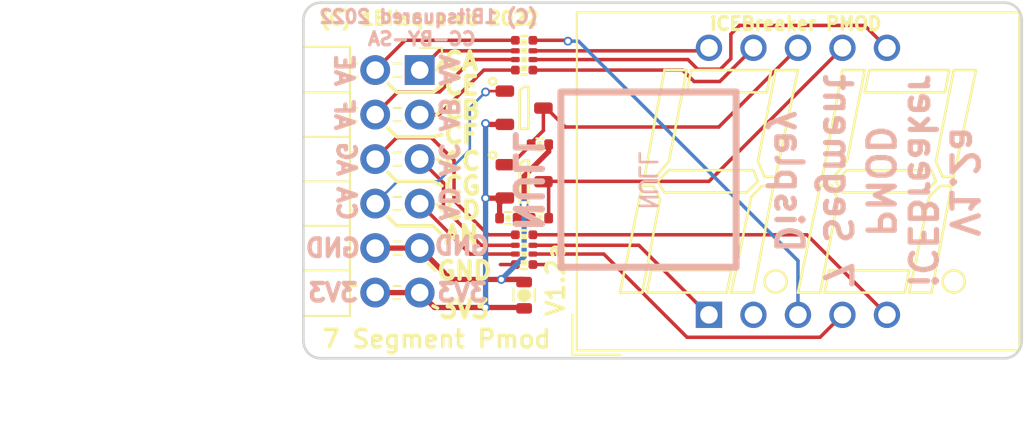
<source format=kicad_pcb>
(kicad_pcb (version 20211014) (generator pcbnew)
  (title_block (title "iCEBreaker PMOD - 7 segment display") (rev "V1.2a") (company "1BitSquared") (comment 1 "(C) 2019-2022 Piotr Esden-Tempski <piotr@esden.net>") (comment 2 "(C) 2019-2022 1BitSquared <info@1bitsquared.com>") (comment 3 "License: CC-BY-SA V4.0"))
  (layers (0 "F.Cu" signal) (31 "B.Cu" signal) (34 "B.Paste" user) (35 "F.Paste" user) (36 "B.SilkS" user "B.Silkscreen") (37 "F.SilkS" user "F.Silkscreen") (38 "B.Mask" user) (39 "F.Mask" user) (44 "Edge.Cuts" user))
  (net 0 "")
  (net 1 "GND")
  (net 2 "+3V3")
  (net 4 "/CA")
  (net 5 "/CB")
  (net 6 "/CC")
  (net 7 "/CD")
  (net 8 "/CE")
  (net 9 "/CF")
  (net 10 "/CG")
  (net 11 "/AN")
  (net 12 "/AN1")
  (net 13 "/AN2")
  (net 14 "/CDx")
  (net 15 "/CCx")
  (net 16 "/CGx")
  (net 17 "/CBx")
  (net 18 "/CFx")
  (net 19 "/CAx")
  (net 20 "/CEx")
  (net 21 "unconnected-(R1-Pad1)")
  (net 22 "unconnected-(R1-Pad2)")
  (footprint "pkl_connectors:PMODHeader_2x06_P2.54mm_Horizontal" (layer "F.Cu") (at 36.64 46.55 180)
    (fp_text reference "J1")
    (fp_text value "PMOD")
    (fp_line (start 3.582929 -0.38) (end 3.98 -0.38) (layer "F.SilkS") (width 0.12))
    (fp_line (start 3.98 -1.33) (end 3.98 14.03) (layer "F.SilkS") (width 0.12))
    (fp_line (start 3.98 8.89) (end 6.64 8.89) (layer "F.SilkS") (width 0.12))
    (fp_line (start 1.11 -0.38) (end 1.497071 -0.38) (layer "F.SilkS") (width 0.12))
    (fp_line (start 3.98 11.43) (end 6.64 11.43) (layer "F.SilkS") (width 0.12))
    (fp_line (start 3.582929 0.38) (end 3.98 0.38) (layer "F.SilkS") (width 0.12))
    (fp_line (start 3.582929 13.08) (end 3.98 13.08) (layer "F.SilkS") (width 0.12))
    (fp_line (start 1.11 0.38) (end 1.497071 0.38) (layer "F.SilkS") (width 0.12))
    (fp_line (start 1.042929 7.24) (end 1.497071 7.24) (layer "F.SilkS") (width 0.12))
    (fp_line (start 1.042929 9.78) (end 1.497071 9.78) (layer "F.SilkS") (width 0.12))
    (fp_line (start 3.582929 7.24) (end 3.98 7.24) (layer "F.SilkS") (width 0.12))
    (fp_line (start 3.98 6.35) (end 6.64 6.35) (layer "F.SilkS") (width 0.12))
    (fp_line (start 3.582929 10.54) (end 3.98 10.54) (layer "F.SilkS") (width 0.12))
    (fp_line (start 1.042929 5.46) (end 1.497071 5.46) (layer "F.SilkS") (width 0.12))
    (fp_line (start 3.98 3.81) (end 6.64 3.81) (layer "F.SilkS") (width 0.12))
    (fp_line (start 3.582929 2.16) (end 3.98 2.16) (layer "F.SilkS") (width 0.12))
    (fp_line (start 1.042929 10.54) (end 1.497071 10.54) (layer "F.SilkS") (width 0.12))
    (fp_line (start 3.582929 4.7) (end 3.98 4.7) (layer "F.SilkS") (width 0.12))
    (fp_line (start 3.98 14.03) (end 6.64 14.03) (layer "F.SilkS") (width 0.12))
    (fp_line (start -1.27 13.97) (end -1.27 12.7) (layer "F.SilkS") (width 0.12))
    (fp_line (start 1.042929 13.08) (end 1.497071 13.08) (layer "F.SilkS") (width 0.12))
    (fp_line (start 3.98 1.27) (end 6.64 1.27) (layer "F.SilkS") (width 0.12))
    (fp_line (start 3.582929 5.46) (end 3.98 5.46) (layer "F.SilkS") (width 0.12))
    (fp_line (start 3.582929 2.92) (end 3.98 2.92) (layer "F.SilkS") (width 0.12))
    (fp_line (start 1.042929 12.32) (end 1.497071 12.32) (layer "F.SilkS") (width 0.12))
    (fp_line (start 1.042929 4.7) (end 1.497071 4.7) (layer "F.SilkS") (width 0.12))
    (fp_line (start 3.582929 9.78) (end 3.98 9.78) (layer "F.SilkS") (width 0.12))
    (fp_line (start 3.582929 8) (end 3.98 8) (layer "F.SilkS") (width 0.12))
    (fp_line (start 3.582929 12.32) (end 3.98 12.32) (layer "F.SilkS") (width 0.12))
    (fp_line (start 0 13.97) (end -1.27 13.97) (layer "F.SilkS") (width 0.12))
    (fp_line (start 1.042929 2.92) (end 1.497071 2.92) (layer "F.SilkS") (width 0.12))
    (fp_line (start 1.042929 2.16) (end 1.497071 2.16) (layer "F.SilkS") (width 0.12))
    (fp_line (start 6.64 14.03) (end 6.64 -1.33) (layer "F.SilkS") (width 0.12))
    (fp_line (start 1.042929 8) (end 1.497071 8) (layer "F.SilkS") (width 0.12))
    (fp_line (start 6.64 -1.33) (end 3.98 -1.33) (layer "F.SilkS") (width 0.12))
    (pad "1" thru_hole rect (at 0 12.7 180) (size 1.7 1.7) (drill 1) (layers *.Cu *.Mask) (net 4 "/CA"))
    (pad "2" thru_hole oval (at 0 10.16 180) (size 1.7 1.7) (drill 1) (layers *.Cu *.Mask) (net 5 "/CB"))
    (pad "3" thru_hole oval (at 0 7.62 180) (size 1.7 1.7) (drill 1) (layers *.Cu *.Mask) (net 6 "/CC"))
    (pad "4" thru_hole oval (at 0 5.08 180) (size 1.7 1.7) (drill 1) (layers *.Cu *.Mask) (net 7 "/CD"))
    (pad "5" thru_hole oval (at 0 2.54 180) (size 1.7 1.7) (drill 1) (layers *.Cu *.Mask) (net 1 "GND"))
    (pad "6" thru_hole circle (at 0 0 180) (size 1.7 1.7) (drill 1) (layers *.Cu *.Mask) (net 2 "+3V3"))
    (pad "7" thru_hole circle (at 2.54 12.7 180) (size 1.7 1.7) (drill 1) (layers *.Cu *.Mask) (net 8 "/CE"))
    (pad "8" thru_hole oval (at 2.54 10.16 180) (size 1.7 1.7) (drill 1) (layers *.Cu *.Mask) (net 9 "/CF"))
    (pad "9" thru_hole oval (at 2.54 7.62 180) (size 1.7 1.7) (drill 1) (layers *.Cu *.Mask) (net 10 "/CG"))
    (pad "10" thru_hole oval (at 2.54 5.08 180) (size 1.7 1.7) (drill 1) (layers *.Cu *.Mask) (net 11 "/AN"))
    (pad "11" thru_hole oval (at 2.54 2.54 180) (size 1.7 1.7) (drill 1) (layers *.Cu *.Mask) (net 1 "GND"))
    (pad "12" thru_hole oval (at 2.54 0 180) (size 1.7 1.7) (drill 1) (layers *.Cu *.Mask) (net 2 "+3V3"))
  )
  (footprint "pkl_dipol:C_0603" (layer "F.Cu") (at 42.6 46.7 90)
    (fp_text reference "C1")
    (fp_text value "10u")
    (fp_line (start -0.35 -0.61) (end 0.35 -0.61) (layer "F.SilkS") (width 0.13))
    (fp_line (start 0.35 0.61) (end -0.35 0.61) (layer "F.SilkS") (width 0.13))
    (fp_circle (center 0 0) (end 0.2 0) (layer "F.SilkS") (width 0.4) (fill none))
    (pad "1" smd roundrect locked (at -0.75 0 90) (size 0.6 0.9) (layers "F.Cu" "F.Paste" "F.Mask") (net 2 "+3V3"))
    (pad "2" smd roundrect locked (at 0.75 0 90) (size 0.6 0.9) (layers "F.Cu" "F.Paste" "F.Mask") (net 1 "GND"))
  )
  (footprint "pkl_dipol:C_0402" (layer "F.Cu") (at 41.7 42.3)
    (fp_text reference "C2")
    (fp_text value "100n")
    (fp_line (start 0.2 0.35) (end -0.2 0.35) (layer "F.SilkS") (width 0.12))
    (fp_line (start -0.2 -0.35) (end 0.2 -0.35) (layer "F.SilkS") (width 0.12))
    (fp_circle (center 0 0) (end 0.15 0) (layer "F.SilkS") (width 0.1) (fill solid))
    (pad "1" smd roundrect (at -0.5 0) (size 0.5 0.6) (layers "F.Cu" "F.Paste" "F.Mask") (net 2 "+3V3"))
    (pad "2" smd roundrect (at 0.5 0) (size 0.5 0.6) (layers "F.Cu" "F.Paste" "F.Mask") (net 1 "GND"))
  )
  (footprint "pkl_dipol:R_Array_Convex_4x0402" (layer "F.Cu") (at 42.6 44.1 180)
    (fp_text reference "R1")
    (fp_text value "330E")
    (fp_line (start 0.15 1.1) (end -0.15 1.1) (layer "F.SilkS") (width 0.15))
    (fp_line (start 0.15 -1.1) (end -0.15 -1.1) (layer "F.SilkS") (width 0.15))
    (fp_poly (pts (xy -0.175 0.125) (xy 0.175 0.125) (xy 0.175 0.375) (xy -0.175 0.375)) (layer "F.SilkS") (width 0.05) (fill solid))
    (fp_poly (pts (xy -0.175 0.625) (xy 0.175 0.625) (xy 0.175 0.875) (xy -0.175 0.875)) (layer "F.SilkS") (width 0.05) (fill solid))
    (fp_poly (pts (xy -0.175 -0.875) (xy 0.175 -0.875) (xy 0.175 -0.625) (xy -0.175 -0.625)) (layer "F.SilkS") (width 0.05) (fill solid))
    (fp_poly (pts (xy -0.175 -0.375) (xy 0.175 -0.375) (xy 0.175 -0.125) (xy -0.175 -0.125)) (layer "F.SilkS") (width 0.05) (fill solid))
    (pad "1" smd roundrect locked (at -0.5 -0.85 180) (size 0.5 0.5) (layers "F.Cu" "F.Paste" "F.Mask") (net 21 "unconnected-(R1-Pad1)"))
    (pad "2" smd roundrect locked (at 0.5 -0.85 180) (size 0.5 0.5) (layers "F.Cu" "F.Paste" "F.Mask") (net 22 "unconnected-(R1-Pad2)"))
    (pad "3" smd roundrect locked (at -0.5 -0.25 180) (size 0.5 0.3) (layers "F.Cu" "F.Paste" "F.Mask") (net 14 "/CDx"))
    (pad "4" smd roundrect locked (at 0.5 -0.25 180) (size 0.5 0.3) (layers "F.Cu" "F.Paste" "F.Mask") (net 7 "/CD"))
    (pad "5" smd roundrect locked (at -0.5 0.25 180) (size 0.5 0.3) (layers "F.Cu" "F.Paste" "F.Mask") (net 15 "/CCx"))
    (pad "6" smd roundrect locked (at 0.5 0.25 180) (size 0.5 0.3) (layers "F.Cu" "F.Paste" "F.Mask") (net 6 "/CC"))
    (pad "7" smd roundrect locked (at -0.5 0.85 180) (size 0.5 0.5) (layers "F.Cu" "F.Paste" "F.Mask") (net 16 "/CGx"))
    (pad "8" smd roundrect locked (at 0.5 0.85 180) (size 0.5 0.5) (layers "F.Cu" "F.Paste" "F.Mask") (net 10 "/CG"))
  )
  (footprint "pkl_led:SN450561N" (layer "F.Cu") (at 53.15 47.82 90)
    (fp_text reference "U1")
    (fp_text value "SN450561N")
    (fp_line (start 17.265 -7.54) (end 17.265 17.71) (layer "F.SilkS") (width 0.12))
    (fp_line (start 8.255 -2.286) (end 8.255 2.54) (layer "F.SilkS") (width 0.15))
    (fp_line (start 7.62 12.954) (end 8.255 12.7) (layer "F.SilkS") (width 0.15))
    (fp_line (start 7.366 6.985) (end 6.604 7.366) (layer "F.SilkS") (width 0.15))
    (fp_line (start 8.763 12.954) (end 13.97 13.97) (layer "F.SilkS") (width 0.15))
    (fp_line (start 13.97 -1.016) (end 13.97 3.556) (layer "F.SilkS") (width 0.15))
    (fp_line (start 13.97 -2.54) (end 13.97 -1.27) (layer "F.SilkS") (width 0.15))
    (fp_line (start 7.874 13.97) (end 7.874 13.335) (layer "F.SilkS") (width 0.15))
    (fp_line (start 7.366 13.843) (end 7.366 13.208) (layer "F.SilkS") (width 0.15))
    (fp_line (start 8.763 2.794) (end 13.97 3.81) (layer "F.SilkS") (width 0.15))
    (fp_line (start 12.7 8.89) (end 13.97 9.144) (layer "F.SilkS") (width 0.15))
    (fp_line (start 7.62 7.239) (end 8.255 7.874) (layer "F.SilkS") (width 0.15))
    (fp_line (start 1.27 5.08) (end 7.366 6.35) (layer "F.SilkS") (width 0.15))
    (fp_line (start -2.28 -7.8) (end 0 -7.8) (layer "F.SilkS") (width 0.12))
    (fp_line (start -2.28 -7.79) (end -2.28 -5.08) (layer "F.SilkS") (width 0.12))
    (fp_line (start 1.27 1.016) (end 1.27 -3.556) (layer "F.SilkS") (width 0.15))
    (fp_line (start 7.366 3.048) (end 6.731 2.413) (layer "F.SilkS") (width 0.15))
    (fp_line (start 12.7 13.462) (end 12.7 8.89) (layer "F.SilkS") (width 0.15))
    (fp_line (start 2.54 11.43) (end 1.27 11.176) (layer "F.SilkS") (width 0.15))
    (fp_line (start 1.27 12.7) (end 1.27 11.43) (layer "F.SilkS") (width 0.15))
    (fp_line (start 7.366 13.208) (end 6.731 12.573) (layer "F.SilkS") (width 0.15))
    (fp_line (start 7.874 -3.683) (end 7.874 -3.048) (layer "F.SilkS") (width 0.15))
    (fp_line (start 13.97 13.716) (end 12.7 13.462) (layer "F.SilkS") (width 0.15))
    (fp_line (start 13.97 9.144) (end 13.97 13.716) (layer "F.SilkS") (width 0.15))
    (fp_line (start 7.874 13.335) (end 8.763 12.954) (layer "F.SilkS") (width 0.15))
    (fp_line (start 7.874 7.112) (end 8.763 7.874) (layer "F.SilkS") (width 0.15))
    (fp_line (start 1.27 11.43) (end 6.731 12.573) (layer "F.SilkS") (width 0.15))
    (fp_line (start 7.62 2.794) (end 8.255 2.54) (layer "F.SilkS") (width 0.15))
    (fp_line (start 7.366 3.683) (end 1.27 2.54) (layer "F.SilkS") (width 0.15))
    (fp_line (start 6.985 7.62) (end 7.62 7.239) (layer "F.SilkS") (width 0.15))
    (fp_line (start 1.27 1.27) (end 6.731 2.413) (layer "F.SilkS") (width 0.15))
    (fp_line (start 7.874 3.81) (end 7.874 3.175) (layer "F.SilkS") (width 0.15))
    (fp_line (start 7.874 3.175) (end 8.763 2.794) (layer "F.SilkS") (width 0.15))
    (fp_line (start 13.97 13.97) (end 13.97 15.24) (layer "F.SilkS") (width 0.15))
    (fp_line (start 7.874 -3.048) (end 8.763 -2.286) (layer "F.SilkS") (width 0.15))
    (fp_line (start 1.27 2.54) (end 1.27 1.27) (layer "F.SilkS") (width 0.15))
    (fp_line (start 7.874 6.477) (end 7.874 7.112) (layer "F.SilkS") (width 0.15))
    (fp_line (start 13.97 3.556) (end 12.7 3.302) (layer "F.SilkS") (width 0.15))
    (fp_line (start 8.255 7.874) (end 8.255 12.7) (layer "F.SilkS") (width 0.15))
    (fp_line (start 7.874 6.477) (end 13.97 7.62) (layer "F.SilkS") (width 0.15))
    (fp_line (start 13.97 3.81) (end 13.97 5.08) (layer "F.SilkS") (width 0.15))
    (fp_line (start 13.97 8.89) (end 8.763 7.874) (layer "F.SilkS") (width 0.15))
    (fp_line (start 7.366 -3.81) (end 7.366 -3.175) (layer "F.SilkS") (width 0.15))
    (fp_line (start -2.025 -7.54) (end 17.265 -7.54) (layer "F.SilkS") (width 0.12))
    (fp_line (start 7.366 13.843) (end 1.27 12.7) (layer "F.SilkS") (width 0.15))
    (fp_line (start 6.604 7.366) (end 1.27 6.35) (layer "F.SilkS") (width 0.15))
    (fp_line (start 2.54 -3.302) (end 2.54 1.27) (layer "F.SilkS") (width 0.15))
    (fp_line (start 1.27 -5.08) (end 7.366 -3.81) (layer "F.SilkS") (width 0.15))
    (fp_line (start 6.985 -2.54) (end 7.62 -2.921) (layer "F.SilkS") (width 0.15))
    (fp_line (start 7.62 12.954) (end 6.985 12.319) (layer "F.SilkS") (width 0.15))
    (fp_line (start 1.27 -3.556) (end 2.54 -3.302) (layer "F.SilkS") (width 0.15))
    (fp_line (start 13.97 -1.27) (end 8.763 -2.286) (layer "F.SilkS") (width 0.15))
    (fp_line (start 6.604 -2.794) (end 1.27 -3.81) (layer "F.SilkS") (width 0.15))
    (fp_line (start 12.7 3.302) (end 12.7 -1.27) (layer "F.SilkS") (width 0.15))
    (fp_line (start 2.54 1.27) (end 1.27 1.016) (layer "F.SilkS") (width 0.15))
    (fp_line (start 12.7 -1.27) (end 13.97 -1.016) (layer "F.SilkS") (width 0.15))
    (fp_line (start 7.366 3.683) (end 7.366 3.048) (layer "F.SilkS") (width 0.15))
    (fp_line (start 1.27 6.35) (end 1.27 5.08) (layer "F.SilkS") (width 0.15))
    (fp_line (start 1.27 -3.81) (end 1.27 -5.08) (layer "F.SilkS") (width 0.15))
    (fp_line (start 13.97 15.24) (end 7.874 13.97) (layer "F.SilkS") (width 0.15))
    (fp_line (start 1.27 11.176) (end 1.27 6.604) (layer "F.SilkS") (width 0.15))
    (fp_line (start 13.97 7.62) (end 13.97 8.89) (layer "F.SilkS") (width 0.15))
    (fp_line (start 2.54 6.858) (end 2.54 11.43) (layer "F.SilkS") (width 0.15))
    (fp_line (start 6.985 12.319) (end 6.985 7.62) (layer "F.SilkS") (width 0.15))
    (fp_line (start 7.366 6.35) (end 7.366 6.985) (layer "F.SilkS") (width 0.15))
    (fp_line (start -2.025 17.71) (end -2.025 -7.54) (layer "F.SilkS") (width 0.12))
    (fp_line (start 7.62 2.794) (end 6.985 2.159) (layer "F.SilkS") (width 0.15))
    (fp_line (start 7.62 -2.921) (end 8.255 -2.286) (layer "F.SilkS") (width 0.15))
    (fp_line (start 1.27 6.604) (end 2.54 6.858) (layer "F.SilkS") (width 0.15))
    (fp_line (start 7.366 -3.175) (end 6.604 -2.794) (layer "F.SilkS") (width 0.15))
    (fp_line (start 17.265 17.71) (end -2.025 17.71) (layer "F.SilkS") (width 0.12))
    (fp_line (start 13.97 5.08) (end 7.874 3.81) (layer "F.SilkS") (width 0.15))
    (fp_line (start 6.985 2.159) (end 6.985 -2.54) (layer "F.SilkS") (width 0.15))
    (fp_line (start 7.874 -3.683) (end 13.97 -2.54) (layer "F.SilkS") (width 0.15))
    (fp_circle (center 1.905 3.81) (end 2.54 3.81) (layer "F.SilkS") (width 0.15) (fill none))
    (fp_circle (center 1.905 13.97) (end 2.54 13.97) (layer "F.SilkS") (width 0.15) (fill none))
    (pad "1" thru_hole rect locked (at 0 0 90) (size 1.5 1.5) (drill 1) (layers *.Cu *.Mask) (net 15 "/CCx"))
    (pad "2" thru_hole circle locked (at 0 2.54 90) (size 1.5 1.5) (drill 1) (layers *.Cu *.Mask))
    (pad "3" thru_hole circle locked (at 0 5.08 90) (size 1.5 1.5) (drill 1) (layers *.Cu *.Mask) (net 20 "/CEx"))
    (pad "4" thru_hole circle locked (at 0 7.62 90) (size 1.5 1.5) (drill 1) (layers *.Cu *.Mask) (net 14 "/CDx"))
    (pad "5" thru_hole circle locked (at 0 10.16 90) (size 1.5 1.5) (drill 1) (layers *.Cu *.Mask) (net 16 "/CGx"))
    (pad "6" thru_hole circle locked (at 15.24 10.16 90) (size 1.5 1.5) (drill 1) (layers *.Cu *.Mask) (net 18 "/CFx"))
    (pad "7" thru_hole circle locked (at 15.24 7.62 90) (size 1.5 1.5) (drill 1) (layers *.Cu *.Mask) (net 13 "/AN2"))
    (pad "8" thru_hole circle locked (at 15.24 5.08 90) (size 1.5 1.5) (drill 1) (layers *.Cu *.Mask) (net 12 "/AN1"))
    (pad "9" thru_hole circle locked (at 15.24 2.54 90) (size 1.5 1.5) (drill 1) (layers *.Cu *.Mask) (net 17 "/CBx"))
    (pad "10" thru_hole circle locked (at 15.24 0 90) (size 1.5 1.5) (drill 1) (layers *.Cu *.Mask) (net 19 "/CAx"))
  )
  (footprint "pkl_dipol:R_Array_Convex_4x0402" (layer "F.Cu") (at 42.6 33 180)
    (fp_text reference "R2")
    (fp_text value "330E")
    (fp_line (start 0.15 1.1) (end -0.15 1.1) (layer "F.SilkS") (width 0.15))
    (fp_line (start 0.15 -1.1) (end -0.15 -1.1) (layer "F.SilkS") (width 0.15))
    (fp_poly (pts (xy -0.175 0.125) (xy 0.175 0.125) (xy 0.175 0.375) (xy -0.175 0.375)) (layer "F.SilkS") (width 0.05) (fill solid))
    (fp_poly (pts (xy -0.175 -0.875) (xy 0.175 -0.875) (xy 0.175 -0.625) (xy -0.175 -0.625)) (layer "F.SilkS") (width 0.05) (fill solid))
    (fp_poly (pts (xy -0.175 -0.375) (xy 0.175 -0.375) (xy 0.175 -0.125) (xy -0.175 -0.125)) (layer "F.SilkS") (width 0.05) (fill solid))
    (fp_poly (pts (xy -0.175 0.625) (xy 0.175 0.625) (xy 0.175 0.875) (xy -0.175 0.875)) (layer "F.SilkS") (width 0.05) (fill solid))
    (pad "1" smd roundrect locked (at -0.5 -0.85 180) (size 0.5 0.5) (layers "F.Cu" "F.Paste" "F.Mask") (net 17 "/CBx"))
    (pad "2" smd roundrect locked (at 0.5 -0.85 180) (size 0.5 0.5) (layers "F.Cu" "F.Paste" "F.Mask") (net 5 "/CB"))
    (pad "3" smd roundrect locked (at -0.5 -0.25 180) (size 0.5 0.3) (layers "F.Cu" "F.Paste" "F.Mask") (net 18 "/CFx"))
    (pad "4" smd roundrect locked (at 0.5 -0.25 180) (size 0.5 0.3) (layers "F.Cu" "F.Paste" "F.Mask") (net 9 "/CF"))
    (pad "5" smd roundrect locked (at -0.5 0.25 180) (size 0.5 0.3) (layers "F.Cu" "F.Paste" "F.Mask") (net 19 "/CAx"))
    (pad "6" smd roundrect locked (at 0.5 0.25 180) (size 0.5 0.3) (layers "F.Cu" "F.Paste" "F.Mask") (net 4 "/CA"))
    (pad "7" smd roundrect locked (at -0.5 0.85 180) (size 0.5 0.5) (layers "F.Cu" "F.Paste" "F.Mask") (net 20 "/CEx"))
    (pad "8" smd roundrect locked (at 0.5 0.85 180) (size 0.5 0.5) (layers "F.Cu" "F.Paste" "F.Mask") (net 8 "/CE"))
  )
  (footprint "pkl_dipol:R_0402" (layer "F.Cu") (at 43.5 42.3 180)
    (fp_text reference "R4")
    (fp_text value "1k")
    (fp_line (start -0.2 -0.35) (end 0.2 -0.35) (layer "F.SilkS") (width 0.12))
    (fp_line (start 0.2 0.35) (end -0.2 0.35) (layer "F.SilkS") (width 0.12))
    (fp_rect (start -0.125 -0.175) (end 0.125 0.175) (layer "F.SilkS") (width 0.05) (fill solid))
    (pad "1" smd roundrect (at -0.5 0 180) (size 0.5 0.6) (layers "F.Cu" "F.Paste" "F.Mask") (net 13 "/AN2"))
    (pad "2" smd roundrect (at 0.5 0 180) (size 0.5 0.6) (layers "F.Cu" "F.Paste" "F.Mask") (net 1 "GND"))
  )
  (footprint "pkl_housings_sot:SOT-23" (layer "F.Cu") (at 42.6 40.2 180)
    (fp_text reference "Q2")
    (fp_text value "AP2301B")
    (fp_line (start -0.25 1.2) (end 0 1.2) (layer "F.SilkS") (width 0.15))
    (fp_line (start 0 1.2) (end 0.25 1) (layer "F.SilkS") (width 0.15))
    (fp_line (start 0.25 1) (end 0.25 -1.2) (layer "F.SilkS") (width 0.15))
    (fp_line (start 0.25 -1.2) (end -0.25 -1.2) (layer "F.SilkS") (width 0.15))
    (fp_line (start -0.25 -1.2) (end -0.25 1.2) (layer "F.SilkS") (width 0.15))
    (pad "1" smd roundrect locked (at 1.1 0.95) (size 1.06 0.65) (layers "F.Cu" "F.Paste" "F.Mask") (net 12 "/AN1"))
    (pad "2" smd roundrect locked (at 1.1 -0.95) (size 1.06 0.65) (layers "F.Cu" "F.Paste" "F.Mask") (net 2 "+3V3"))
    (pad "3" smd roundrect locked (at -1.1 -0.02) (size 1.06 0.65) (layers "F.Cu" "F.Paste" "F.Mask") (net 13 "/AN2"))
  )
  (footprint "pkl_housings_sot:SOT-23" (layer "F.Cu") (at 42.6 36 180)
    (fp_text reference "Q1")
    (fp_text value "AP2301B")
    (fp_line (start 0 1.2) (end 0.25 1) (layer "F.SilkS") (width 0.15))
    (fp_line (start -0.25 1.2) (end 0 1.2) (layer "F.SilkS") (width 0.15))
    (fp_line (start -0.25 -1.2) (end -0.25 1.2) (layer "F.SilkS") (width 0.15))
    (fp_line (start 0.25 1) (end 0.25 -1.2) (layer "F.SilkS") (width 0.15))
    (fp_line (start 0.25 -1.2) (end -0.25 -1.2) (layer "F.SilkS") (width 0.15))
    (pad "1" smd roundrect locked (at 1.1 0.95) (size 1.06 0.65) (layers "F.Cu" "F.Paste" "F.Mask") (net 11 "/AN"))
    (pad "2" smd roundrect locked (at 1.1 -0.95) (size 1.06 0.65) (layers "F.Cu" "F.Paste" "F.Mask") (net 2 "+3V3"))
    (pad "3" smd roundrect locked (at -1.1 -0.02) (size 1.06 0.65) (layers "F.Cu" "F.Paste" "F.Mask") (net 12 "/AN1"))
  )
  (footprint "pkl_dipol:R_0402" (layer "F.Cu") (at 43.5 38.1)
    (fp_text reference "R3")
    (fp_text value "1k")
    (fp_line (start 0.2 0.35) (end -0.2 0.35) (layer "F.SilkS") (width 0.12))
    (fp_line (start -0.2 -0.35) (end 0.2 -0.35) (layer "F.SilkS") (width 0.12))
    (fp_rect (start -0.125 -0.175) (end 0.125 0.175) (layer "F.SilkS") (width 0.05) (fill solid))
    (pad "1" smd roundrect (at -0.5 0) (size 0.5 0.6) (layers "F.Cu" "F.Paste" "F.Mask") (net 12 "/AN1"))
    (pad "2" smd roundrect (at 0.5 0) (size 0.5 0.6) (layers "F.Cu" "F.Paste" "F.Mask") (net 1 "GND"))
  )
  (footprint "pkl_logos:null_Logo_SilkS_10mm" (layer "B.Cu") (at 49.7 40.1 90)
    (fp_text reference "REF**" hide)
    (fp_text value "null_Logo_SilkS_10mm" hide)
    (fp_line (start -0.1 0.5) (end -0.1 -0.2) (layer "B.SilkS") (width 0.15))
    (fp_line (start -0.7 0.5) (end -0.7 -0.2) (layer "B.SilkS") (width 0.15))
    (fp_line (start -1.5 -0.5) (end -1.5 0.5) (layer "B.SilkS") (width 0.15))
    (fp_line (start 5 5) (end -5 5) (layer "B.SilkS") (width 0.4))
    (fp_line (start 0.2 0.5) (end 0.2 -0.5) (layer "B.SilkS") (width 0.15))
    (fp_line (start 1 -0.5) (end 1.5 -0.5) (layer "B.SilkS") (width 0.15))
    (fp_line (start -5 5) (end -5 -5) (layer "B.SilkS") (width 0.4))
    (fp_line (start 1 0.5) (end 1 -0.5) (layer "B.SilkS") (width 0.15))
    (fp_line (start -5 -5) (end 5 -5) (layer "B.SilkS") (width 0.4))
    (fp_line (start 0.2 -0.5) (end 0.7 -0.5) (layer "B.SilkS") (width 0.15))
    (fp_line (start -1 -0.5) (end -1 0.5) (layer "B.SilkS") (width 0.15))
    (fp_line (start -1.5 0.5) (end -1 -0.5) (layer "B.SilkS") (width 0.15))
    (fp_line (start 5 5) (end 5 -5) (layer "B.SilkS") (width 0.4))
    (fp_arc (start -0.7 -0.2) (mid -0.4 -0.5) (end -0.1 -0.2) (layer "B.SilkS") (width 0.15))
  )
  (gr_line (start 35.334 42.74) (end 37.402 42.74) (layer "F.SilkS") (width 0.2))
  (gr_line (start 34.826 42.232) (end 35.334 42.74) (layer "F.SilkS") (width 0.2))
  (gr_line (start 35.334 40.2) (end 37.402 40.2) (layer "F.SilkS") (width 0.2))
  (gr_line (start 37.402 35.12) (end 37.91 34.739) (layer "F.SilkS") (width 0.2))
  (gr_line (start 37.6 36.4) (end 37.91 36.136) (layer "F.SilkS") (width 0.2))
  (gr_line (start 35.334 37.66) (end 37.402 37.66) (layer "F.SilkS") (width 0.2))
  (gr_line (start 37.6 41.5) (end 37.91 41.851) (layer "F.SilkS") (width 0.2))
  (gr_line (start 37.6 33.85) (end 37.91 33.342) (layer "F.SilkS") (width 0.2))
  (gr_line (start 34.826 37.152) (end 35.334 37.66) (layer "F.SilkS") (width 0.2))
  (gr_line (start 35.334 35.12) (end 37.402 35.12) (layer "F.SilkS") (width 0.2))
  (gr_line (start 37.402 47.312) (end 37.656 47.439) (layer "F.SilkS") (width 0.2))
  (gr_circle (center 40.8 38.7) (end 41 38.7) (layer "F.SilkS") (width 0.15) (fill none))
  (gr_line (start 34.826 39.692) (end 35.334 40.2) (layer "F.SilkS") (width 0.2))
  (gr_circle (center 40.8 34.5) (end 41 34.5) (layer "F.SilkS") (width 0.15) (fill none))
  (gr_line (start 37.402 37.66) (end 37.91 37.533) (layer "F.SilkS") (width 0.2))
  (gr_line (start 37.402 42.74) (end 37.91 43.248) (layer "F.SilkS") (width 0.2))
  (gr_line (start 37.6 38.93) (end 37.91 39.057) (layer "F.SilkS") (width 0.2))
  (gr_line (start 37.148 44.899) (end 37.529 45.28) (layer "F.SilkS") (width 0.2))
  (gr_line (start 34.826 34.612) (end 35.334 35.12) (layer "F.SilkS") (width 0.2))
  (gr_line (start 37.402 40.2) (end 37.91 40.454) (layer "F.SilkS") (width 0.2))
  (gr_line (start 71 31) (end 71 49.3) (layer "Edge.Cuts") (width 0.15))
  (gr_arc (start 70 30) (mid 70.707107 30.292893) (end 71 31) (layer "Edge.Cuts") (width 0.15))
  (gr_arc (start 71 49.3) (mid 70.707107 50.007107) (end 70 50.3) (layer "Edge.Cuts") (width 0.15))
  (gr_line (start 70 50.3) (end 31 50.3) (layer "Edge.Cuts") (width 0.15))
  (gr_arc (start 30 31) (mid 30.292893 30.292893) (end 31 30) (layer "Edge.Cuts") (width 0.15))
  (gr_line (start 30 49.3) (end 30 31) (layer "Edge.Cuts") (width 0.15))
  (gr_line (start 31 30) (end 70 30) (layer "Edge.Cuts") (width 0.15))
  (gr_arc (start 31 50.3) (mid 30.292893 50.007107) (end 30 49.3) (layer "Edge.Cuts") (width 0.15))
  (gr_text "CA" (at 32.449 41.47 270) (layer "B.SilkS") (effects (font (size 1 1) (thickness 0.25)) (justify mirror)))
  (gr_text "GND" (at 39.053 43.883) (layer "B.SilkS") (effects (font (size 1 1) (thickness 0.25)) (justify mirror)))
  (gr_text "3V3" (at 39.053 46.55) (layer "B.SilkS") (effects (font (size 1 1) (thickness 0.25)) (justify mirror)))
  (gr_text "AD" (at 38.291 41.47 270) (layer "B.SilkS") (effects (font (size 1 1) (thickness 0.25)) (justify mirror)))
  (gr_text "AG" (at 32.449 38.93 270) (layer "B.SilkS") (effects (font (size 1 1) (thickness 0.25)) (justify mirror)))
  (gr_text "AC" (at 38.291 38.95 270) (layer "B.SilkS") (effects (font (size 1 1) (thickness 0.25)) (justify mirror)))
  (gr_text "AF" (at 32.322 36.39 270) (layer "B.SilkS") (effects (font (size 1 1) (thickness 0.25)) (justify mirror)))
  (gr_text "AB" (at 38.291 36.39 270) (layer "B.SilkS") (effects (font (size 1 1) (thickness 0.25)) (justify mirror)))
  (gr_text "AE" (at 32.322 33.85 270) (layer "B.SilkS") (effects (font (size 1 1) (thickness 0.25)) (justify mirror)))
  (gr_text "AA" (at 38.291 33.85 270) (layer "B.SilkS") (effects (font (size 1 1) (thickness 0.25)) (justify mirror)))
  (gr_text "(C) 1Bitsquared 2022" (at 37.148 30.802) (layer "B.SilkS") (effects (font (size 0.75 0.75) (thickness 0.1875)) (justify mirror)))
  (gr_text "CC-BY-SA" (at 36.767 32.072) (layer "B.SilkS") (effects (font (size 0.75 0.75) (thickness 0.1875)) (justify mirror)))
  (gr_text "NULL" (at 42.8 40.2 270) (layer "B.SilkS") (effects (font (size 1.5 1.5) (thickness 0.35)) (justify mirror)))
  (gr_text "Display" (at 57.7 40.2 270) (layer "B.SilkS") (effects (font (size 1.5 1.5) (thickness 0.3)) (justify mirror)))
  (gr_text "iCEBreaker\nPMOD\n7 Segment" (at 62.9 40.2 270) (layer "B.SilkS") (effects (font (size 1.5 1.5) (thickness 0.3)) (justify mirror)))
  (gr_text "V1.2a" (at 67.7 40.2 270) (layer "B.SilkS") (effects (font (size 1.5 1.5) (thickness 0.3)) (justify mirror)))
  (gr_text "3V3" (at 31.687 46.55) (layer "B.SilkS") (effects (font (size 1 1) (thickness 0.25)) (justify mirror)))
  (gr_text "GND" (at 31.687 44.01) (layer "B.SilkS") (effects (font (size 1 1) (thickness 0.25)) (justify mirror)))
  (gr_text "V1.2a" (at 44.4 45.8 90) (layer "F.SilkS") (effects (font (size 1 1) (thickness 0.2))))
  (gr_text "7 Segment Pmod" (at 37.6 49.2) (layer "F.SilkS") (effects (font (size 1 1) (thickness 0.2))))
  (gr_text "CA" (at 37.91 33.342) (layer "F.SilkS") (effects (font (size 1 1) (thickness 0.25)) (justify left)))
  (gr_text "CF" (at 37.91 37.533) (layer "F.SilkS") (effects (font (size 1 1) (thickness 0.25)) (justify left)))
  (gr_text "CB" (at 37.9 36.136) (layer "F.SilkS") (effects (font (size 1 1) (thickness 0.25)) (justify left)))
  (gr_text "CG" (at 37.91 40.454) (layer "F.SilkS") (effects (font (size 1 1) (thickness 0.25)) (justify left)))
  (gr_text "AN" (at 37.91 43.248) (layer "F.SilkS") (effects (font (size 1 1) (thickness 0.25)) (justify left)))
  (gr_text "CC" (at 37.91 39.057) (layer "F.SilkS") (effects (font (size 1 1) (thickness 0.25)) (justify left)))
  (gr_text "CD" (at 37.91 41.851) (layer "F.SilkS") (effects (font (size 1 1) (thickness 0.25)) (justify left)))
  (gr_text "GND" (at 39.2 45.3) (layer "F.SilkS") (effects (font (size 1 1) (thickness 0.25))))
  (gr_text "3V3" (at 39.2 47.5) (layer "F.SilkS") (effects (font (size 1 1) (thickness 0.25))))
  (gr_text "(C) 1Bitsquared 2022" (at 37.2 30.9) (layer "F.SilkS") (effects (font (size 0.75 0.75) (thickness 0.1875))))
  (gr_text "iCEBreaker PMOD" (at 58.1 31.2) (layer "F.SilkS") (effects (font (size 0.75 0.75) (thickness 0.1875))))
  (gr_text "CE" (at 37.91 34.739) (layer "F.SilkS") (effects (font (size 1 1) (thickness 0.25)) (justify left)))
  (segment (start 44 38.5) (end 44 38.1) (width 0.3) (layer "F.Cu") (net 1))
  (segment (start 42.45 45.8) (end 38.43 45.8) (width 0.3) (layer "F.Cu") (net 1))
  (segment (start 42.6 41.9) (end 42.2 42.3) (width 0.3) (layer "F.Cu") (net 1))
  (segment (start 42.6 39.9) (end 44 38.5) (width 0.3) (layer "F.Cu") (net 1))
  (segment (start 38.43 45.8) (end 36.64 44.01) (width 0.3) (layer "F.Cu") (net 1))
  (segment (start 42.6 41.5) (end 42.6 41.9) (width 0.3) (layer "F.Cu") (net 1))
  (segment (start 42.6 45.85) (end 42.55 45.8) (width 0.3) (layer "F.Cu") (net 1))
  (segment (start 42.6 41.9) (end 43 42.3) (width 0.3) (layer "F.Cu") (net 1))
  (segment (start 42.6 41.5) (end 42.6 39.9) (width 0.3) (layer "F.Cu") (net 1))
  (segment (start 34.1 44.01) (end 36.64 44.01) (width 0.3) (layer "F.Cu") (net 1))
  (segment (start 42.2 42.3) (end 43 42.3) (width 0.3) (layer "F.Cu") (net 1))
  (segment (start 42.6 45.95) (end 42.45 45.8) (width 0.3) (layer "F.Cu") (net 1))
  (segment (start 42.6 45.95) (end 42.6 45.85) (width 0.3) (layer "F.Cu") (net 1))
  (segment (start 41.3 45.8) (end 42.55 45.8) (width 0.3) (layer "F.Cu") (net 1))
  (via (at 42.6 41.5) (size 0.5) (drill 0.3) (layers "F.Cu" "B.Cu") (net 1))
  (via (at 41.3 45.8) (size 0.5) (drill 0.3) (layers "F.Cu" "B.Cu") (net 1))
  (segment (start 41.3 45.8) (end 42.6 44.5) (width 0.3) (layer "B.Cu") (net 1))
  (segment (start 42.6 44.5) (end 42.6 41.5) (width 0.3) (layer "B.Cu") (net 1))
  (segment (start 41.486974 41.163026) (end 41.5 41.15) (width 0.3) (layer "F.Cu") (net 2))
  (segment (start 34.1 46.55) (end 36.64 46.55) (width 0.3) (layer "F.Cu") (net 2))
  (segment (start 40.4 47.4) (end 37.49 47.4) (width 0.3) (layer "F.Cu") (net 2))
  (segment (start 40.45 36.95) (end 41.5 36.95) (width 0.3) (layer "F.Cu") (net 2))
  (segment (start 40.4 41.163026) (end 41.486974 41.163026) (width 0.3) (layer "F.Cu") (net 2))
  (segment (start 41.2 41.45) (end 41.5 41.15) (width 0.3) (layer "F.Cu") (net 2))
  (segment (start 42.55 47.4) (end 42.6 47.45) (width 0.3) (layer "F.Cu") (net 2))
  (segment (start 37.49 47.4) (end 36.64 46.55) (width 0.3) (layer "F.Cu") (net 2))
  (segment (start 40.4 36.9) (end 40.45 36.95) (width 0.3) (layer "F.Cu") (net 2))
  (segment (start 40.4 47.4) (end 42.55 47.4) (width 0.3) (layer "F.Cu") (net 2))
  (segment (start 41.2 42.3) (end 41.2 41.45) (width 0.3) (layer "F.Cu") (net 2))
  (via (at 40.4 36.9) (size 0.5) (drill 0.3) (layers "F.Cu" "B.Cu") (net 2))
  (via (at 40.4 41.163026) (size 0.5) (drill 0.3) (layers "F.Cu" "B.Cu") (net 2))
  (via (at 40.4 47.4) (size 0.5) (drill 0.3) (layers "F.Cu" "B.Cu") (net 2))
  (segment (start 40.4 36.9) (end 40.4 41.163026) (width 0.3) (layer "B.Cu") (net 2))
  (segment (start 40.4 47.4) (end 40.4 41.163026) (width 0.3) (layer "B.Cu") (net 2))
  (segment (start 36.64 33.85) (end 36.65 33.85) (width 0.2) (layer "F.Cu") (net 4))
  (segment (start 36.65 33.85) (end 37.75 32.75) (width 0.2) (layer "F.Cu") (net 4))
  (segment (start 37.75 32.75) (end 42.1 32.75) (width 0.2) (layer "F.Cu") (net 4))
  (segment (start 36.64 36.39) (end 37.76 36.39) (width 0.2) (layer "F.Cu") (net 5))
  (segment (start 37.76 36.39) (end 40.3 33.85) (width 0.2) (layer "F.Cu") (net 5))
  (segment (start 40.3 33.85) (end 42.1 33.85) (width 0.2) (layer "F.Cu") (net 5))
  (segment (start 40.15 43.85) (end 42.1 43.85) (width 0.2) (layer "F.Cu") (net 6))
  (segment (start 38 40.29) (end 38 41.7) (width 0.2) (layer "F.Cu") (net 6))
  (segment (start 36.64 38.93) (end 38 40.29) (width 0.2) (layer "F.Cu") (net 6))
  (segment (start 38 41.7) (end 40.15 43.85) (width 0.2) (layer "F.Cu") (net 6))
  (segment (start 36.64 41.47) (end 39.52 44.35) (width 0.2) (layer "F.Cu") (net 7))
  (segment (start 39.52 44.35) (end 42.1 44.35) (width 0.2) (layer "F.Cu") (net 7))
  (segment (start 34.1 33.85) (end 35.8 32.15) (width 0.2) (layer "F.Cu") (net 8))
  (segment (start 35.8 32.15) (end 42.1 32.15) (width 0.2) (layer "F.Cu") (net 8))
  (segment (start 34.1 36.39) (end 35.39 35.1) (width 0.2) (layer "F.Cu") (net 9))
  (segment (start 39.627852 33.25) (end 42.1 33.25) (width 0.2) (layer "F.Cu") (net 9))
  (segment (start 35.39 35.1) (end 37.777852 35.1) (width 0.2) (layer "F.Cu") (net 9))
  (segment (start 37.777852 35.1) (end 39.627852 33.25) (width 0.2) (layer "F.Cu") (net 9))
  (segment (start 40.55 43.25) (end 42.1 43.25) (width 0.2) (layer "F.Cu") (net 10))
  (segment (start 34.1 38.93) (end 35.33 37.7) (width 0.2) (layer "F.Cu") (net 10))
  (segment (start 37.3 37.7) (end 38.6 39) (width 0.2) (layer "F.Cu") (net 10))
  (segment (start 38.6 41.3) (end 40.55 43.25) (width 0.2) (layer "F.Cu") (net 10))
  (segment (start 35.33 37.7) (end 37.3 37.7) (width 0.2) (layer "F.Cu") (net 10))
  (segment (start 38.6 39) (end 38.6 41.3) (width 0.2) (layer "F.Cu") (net 10))
  (segment (start 40.4 35.1) (end 40.45 35.05) (width 0.15) (layer "F.Cu") (net 11))
  (segment (start 40.45 35.05) (end 41.5 35.05) (width 0.15) (layer "F.Cu") (net 11))
  (via (at 40.4 35.1) (size 0.5) (drill 0.3) (layers "F.Cu" "B.Cu") (net 11))
  (segment (start 39.5 36) (end 39.5 38.4) (width 0.15) (layer "B.Cu") (net 11))
  (segment (start 40.4 35.1) (end 39.5 36) (width 0.15) (layer "B.Cu") (net 11))
  (segment (start 37.7 40.2) (end 35.37 40.2) (width 0.15) (layer "B.Cu") (net 11))
  (segment (start 39.5 38.4) (end 37.7 40.2) (width 0.15) (layer "B.Cu") (net 11))
  (segment (start 35.37 40.2) (end 34.1 41.47) (width 0.15) (layer "B.Cu") (net 11))
  (segment (start 41.5 39.25) (end 41.85 39.25) (width 0.2) (layer "F.Cu") (net 12))
  (segment (start 43.87 36.02) (end 44.95 37.1) (width 0.2) (layer "F.Cu") (net 12))
  (segment (start 41.85 39.25) (end 43 38.1) (width 0.2) (layer "F.Cu") (net 12))
  (segment (start 53.71 37.1) (end 58.23 32.58) (width 0.2) (layer "F.Cu") (net 12))
  (segment (start 44.95 37.1) (end 53.71 37.1) (width 0.2) (layer "F.Cu") (net 12))
  (segment (start 43 38) (end 43.7 37.3) (width 0.2) (layer "F.Cu") (net 12))
  (segment (start 43.7 37.3) (end 43.7 36.02) (width 0.2) (layer "F.Cu") (net 12))
  (segment (start 43.7 36.02) (end 43.87 36.02) (width 0.2) (layer "F.Cu") (net 12))
  (segment (start 43 38.1) (end 43 38) (width 0.2) (layer "F.Cu") (net 12))
  (segment (start 53.15 40.2) (end 43.72 40.2) (width 0.2) (layer "F.Cu") (net 13))
  (segment (start 44 42.3) (end 44 40.52) (width 0.2) (layer "F.Cu") (net 13))
  (segment (start 60.77 32.58) (end 53.15 40.2) (width 0.2) (layer "F.Cu") (net 13))
  (segment (start 44 40.52) (end 43.7 40.22) (width 0.2) (layer "F.Cu") (net 13))
  (segment (start 43.72 40.2) (end 43.7 40.22) (width 0.2) (layer "F.Cu") (net 13))
  (segment (start 51.9 49.1) (end 59.49 49.1) (width 0.2) (layer "F.Cu") (net 14))
  (segment (start 59.49 49.1) (end 60.77 47.82) (width 0.2) (layer "F.Cu") (net 14))
  (segment (start 43.1 44.35) (end 47.15 44.35) (width 0.2) (layer "F.Cu") (net 14))
  (segment (start 47.15 44.35) (end 51.9 49.1) (width 0.2) (layer "F.Cu") (net 14))
  (segment (start 53.12 47.82) (end 53.15 47.82) (width 0.2) (layer "F.Cu") (net 15))
  (segment (start 43.1 43.85) (end 49.15 43.85) (width 0.2) (layer "F.Cu") (net 15))
  (segment (start 49.15 43.85) (end 53.12 47.82) (width 0.2) (layer "F.Cu") (net 15))
  (segment (start 58.74 43.25) (end 63.31 47.82) (width 0.2) (layer "F.Cu") (net 16))
  (segment (start 43.1 43.25) (end 58.74 43.25) (width 0.2) (layer "F.Cu") (net 16))
  (segment (start 52.3 34.5) (end 53.77 34.5) (width 0.2) (layer "F.Cu") (net 17))
  (segment (start 51.65 33.85) (end 52.3 34.5) (width 0.2) (layer "F.Cu") (net 17))
  (segment (start 43.1 33.85) (end 51.65 33.85) (width 0.2) (layer "F.Cu") (net 17))
  (segment (start 53.77 34.5) (end 55.69 32.58) (width 0.2) (layer "F.Cu") (net 17))
  (segment (start 51.95 33.25) (end 52.5 33.8) (width 0.2) (layer "F.Cu") (net 18))
  (segment (start 52.5 33.8) (end 53.8 33.8) (width 0.2) (layer "F.Cu") (net 18))
  (segment (start 54.9 31.3) (end 62.03 31.3) (width 0.2) (layer "F.Cu") (net 18))
  (segment (start 62.03 31.3) (end 63.31 32.58) (width 0.2) (layer "F.Cu") (net 18))
  (segment (start 53.8 33.8) (end 54.4 33.2) (width 0.2) (layer "F.Cu") (net 18))
  (segment (start 54.4 31.8) (end 54.9 31.3) (width 0.2) (layer "F.Cu") (net 18))
  (segment (start 43.1 33.25) (end 51.95 33.25) (width 0.2) (layer "F.Cu") (net 18))
  (segment (start 54.4 33.2) (end 54.4 31.8) (width 0.2) (layer "F.Cu") (net 18))
  (segment (start 52.98 32.75) (end 53.15 32.58) (width 0.2) (layer "F.Cu") (net 19))
  (segment (start 43.1 32.75) (end 52.98 32.75) (width 0.2) (layer "F.Cu") (net 19))
  (segment (start 45.05 32.15) (end 43.1 32.15) (width 0.2) (layer "F.Cu") (net 20))
  (segment (start 45.1 32.2) (end 45.05 32.15) (width 0.2) (layer "F.Cu") (net 20))
  (via (at 45.1 32.2) (size 0.5) (drill 0.3) (layers "F.Cu" "B.Cu") (net 20))
  (segment (start 45.1 32.2) (end 45.7 32.2) (width 0.2) (layer "B.Cu") (net 20))
  (segment (start 45.7 32.2) (end 58.23 44.73) (width 0.2) (layer "B.Cu") (net 20))
  (segment (start 58.23 44.73) (end 58.23 47.82) (width 0.2) (layer "B.Cu") (net 20))
  (segment (start 43.1 44.95) (end 43.85 44.95) (width 0.2) (layer "F.Cu") (net 21))
  (segment (start 42.1 44.95) (end 41.25 44.95) (width 0.2) (layer "F.Cu") (net 22))
)
</source>
